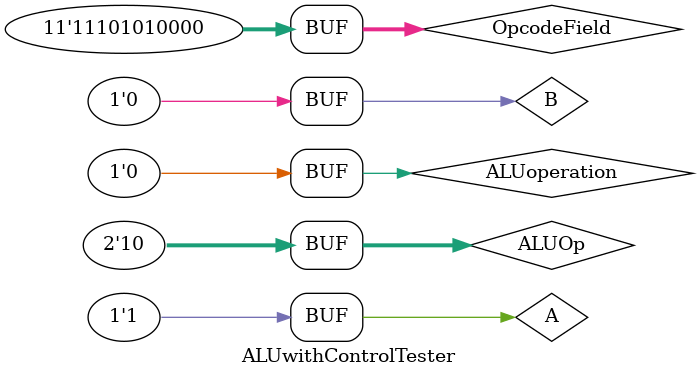
<source format=v>
`timescale 1ns / 1ps


module ALUwithControlTester;

	// Inputs
	reg [1:0] ALUOp;
	reg [10:0] OpcodeField;
	reg ALUoperation;

	// Instantiate the Unit Under Test (UUT)
	ALUwithControl uut (
		.ALUOp(ALUOp), 
		.OpcodeField(OpcodeField), 
		.ALUoperation(ALUoperation)
	);

	initial begin
		// Initialize Inputs
		ALUOp = 0;
		OpcodeField = 0;
		ALUoperation = 0;

		// Wait 100 ns for global reset to finish
		#100;
        
		// Testing AND OpcodeField
		A = 64'h5555555555555555;
		B = 64'haaaaaaaaaaaaaaaa;
		ALUOp = 2'b10;
		
		OpcodeField = 11'b10_10001010000;
		#100;
		// Testing OR OpcodeField
		OpcodeField = 11'b10_10101010000;
		#100;
		// Testing ADD OpcodeField
		OpcodeField = 11'b10_10001011000;
		#100
		// Testing Sub OpcodeField
		OpcodeField = 11'b10_11001011000;
		#100
		// Testing Pass B OpcodeField
		OpcodeField = 11'b10_11111000010;
		#100
		// Testing NOR OpcodeField
		OpcodeField = 11'b10_11101010000;
	end
      
endmodule


</source>
